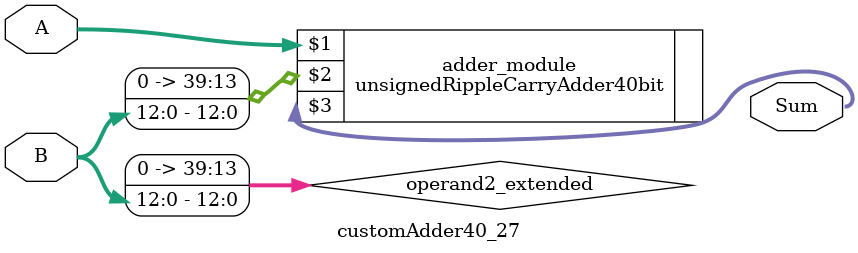
<source format=v>
module customAdder40_27(
                        input [39 : 0] A,
                        input [12 : 0] B,
                        
                        output [40 : 0] Sum
                );

        wire [39 : 0] operand2_extended;
        
        assign operand2_extended =  {27'b0, B};
        
        unsignedRippleCarryAdder40bit adder_module(
            A,
            operand2_extended,
            Sum
        );
        
        endmodule
        
</source>
